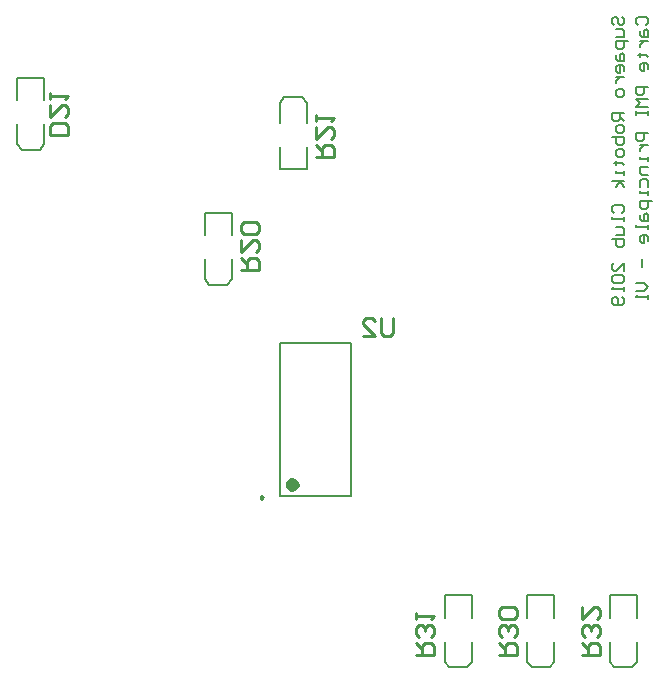
<source format=gbo>
G04 Layer_Color=32896*
%FSLAX25Y25*%
%MOIN*%
G70*
G01*
G75*
%ADD32C,0.01000*%
%ADD33C,0.00984*%
%ADD34C,0.00787*%
%ADD54C,0.02362*%
%ADD55C,0.00700*%
D32*
X95000Y242500D02*
X100998D01*
Y245499D01*
X99998Y246499D01*
X97999D01*
X96999Y245499D01*
Y242500D01*
Y244499D02*
X95000Y246499D01*
Y252497D02*
Y248498D01*
X98999Y252497D01*
X99998D01*
X100998Y251497D01*
Y249498D01*
X99998Y248498D01*
Y254496D02*
X100998Y255496D01*
Y257495D01*
X99998Y258495D01*
X96000D01*
X95000Y257495D01*
Y255496D01*
X96000Y254496D01*
X99998D01*
X37494Y287402D02*
X31496D01*
Y290401D01*
X32496Y291400D01*
X36494D01*
X37494Y290401D01*
Y287402D01*
X31496Y297398D02*
Y293400D01*
X35495Y297398D01*
X36494D01*
X37494Y296399D01*
Y294399D01*
X36494Y293400D01*
X31496Y299398D02*
Y301397D01*
Y300397D01*
X37494D01*
X36494Y299398D01*
X120000Y280000D02*
X125998D01*
Y282999D01*
X124998Y283999D01*
X122999D01*
X121999Y282999D01*
Y280000D01*
Y281999D02*
X120000Y283999D01*
Y289997D02*
Y285998D01*
X123999Y289997D01*
X124998D01*
X125998Y288997D01*
Y286998D01*
X124998Y285998D01*
X120000Y291996D02*
Y293995D01*
Y292996D01*
X125998D01*
X124998Y291996D01*
X181102Y114173D02*
X187100D01*
Y117172D01*
X186101Y118172D01*
X184101D01*
X183102Y117172D01*
Y114173D01*
Y116173D02*
X181102Y118172D01*
X186101Y120171D02*
X187100Y121171D01*
Y123170D01*
X186101Y124170D01*
X185101D01*
X184101Y123170D01*
Y122171D01*
Y123170D01*
X183102Y124170D01*
X182102D01*
X181102Y123170D01*
Y121171D01*
X182102Y120171D01*
X186101Y126169D02*
X187100Y127169D01*
Y129168D01*
X186101Y130168D01*
X182102D01*
X181102Y129168D01*
Y127169D01*
X182102Y126169D01*
X186101D01*
X208661Y114173D02*
X214660D01*
Y117172D01*
X213660Y118172D01*
X211660D01*
X210661Y117172D01*
Y114173D01*
Y116173D02*
X208661Y118172D01*
X213660Y120171D02*
X214660Y121171D01*
Y123170D01*
X213660Y124170D01*
X212660D01*
X211660Y123170D01*
Y122171D01*
Y123170D01*
X210661Y124170D01*
X209661D01*
X208661Y123170D01*
Y121171D01*
X209661Y120171D01*
X208661Y130168D02*
Y126169D01*
X212660Y130168D01*
X213660D01*
X214660Y129168D01*
Y127169D01*
X213660Y126169D01*
X153543Y114173D02*
X159541D01*
Y117172D01*
X158542Y118172D01*
X156542D01*
X155543Y117172D01*
Y114173D01*
Y116173D02*
X153543Y118172D01*
X158542Y120171D02*
X159541Y121171D01*
Y123170D01*
X158542Y124170D01*
X157542D01*
X156542Y123170D01*
Y122171D01*
Y123170D01*
X155543Y124170D01*
X154543D01*
X153543Y123170D01*
Y121171D01*
X154543Y120171D01*
X153543Y126169D02*
Y128169D01*
Y127169D01*
X159541D01*
X158542Y126169D01*
X145669Y226470D02*
Y221472D01*
X144670Y220472D01*
X142670D01*
X141671Y221472D01*
Y226470D01*
X135672Y220472D02*
X139671D01*
X135672Y224471D01*
Y225471D01*
X136672Y226470D01*
X138672D01*
X139671Y225471D01*
D33*
X102579Y166654D02*
X101841Y167080D01*
Y166227D01*
X102579Y166654D01*
D34*
X172028Y126437D02*
Y133917D01*
X162972Y126437D02*
Y133917D01*
X172028D01*
X164547Y109902D02*
X170453D01*
X172028Y111870D02*
Y118563D01*
X162972Y111870D02*
X164547Y109902D01*
X170453D02*
X172028Y111870D01*
X162972Y111870D02*
Y118563D01*
X199528Y126437D02*
Y133917D01*
X190472Y126437D02*
Y133917D01*
X199528D01*
X192047Y109902D02*
X197953D01*
X199528Y111870D02*
Y118563D01*
X190472Y111870D02*
X192047Y109902D01*
X197953D02*
X199528Y111870D01*
X190472Y111870D02*
Y118563D01*
X227028Y126437D02*
Y133917D01*
X217972Y126437D02*
Y133917D01*
X227028D01*
X219547Y109902D02*
X225453D01*
X227028Y111870D02*
Y118563D01*
X217972Y111870D02*
X219547Y109902D01*
X225453D02*
X227028Y111870D01*
X217972Y111870D02*
Y118563D01*
X29528Y298937D02*
Y306417D01*
X20472Y298937D02*
Y306417D01*
X29528D01*
X22047Y282402D02*
X27953D01*
X29528Y284370D02*
Y291063D01*
X20472Y284370D02*
X22047Y282402D01*
X27953D02*
X29528Y284370D01*
X20472Y284370D02*
Y291063D01*
X82972Y239370D02*
Y246063D01*
X90453Y237402D02*
X92028Y239370D01*
X82972D02*
X84547Y237402D01*
X92028Y239370D02*
Y246063D01*
X84547Y237402D02*
X90453D01*
X82972Y261417D02*
X92028D01*
X82972Y253937D02*
Y261417D01*
X92028Y253937D02*
Y261417D01*
X107972Y276083D02*
Y283563D01*
X117028Y276083D02*
Y283563D01*
X107972Y276083D02*
X117028D01*
X109547Y300098D02*
X115453D01*
X107972Y291437D02*
Y298130D01*
X115453Y300098D02*
X117028Y298130D01*
X107972D02*
X109547Y300098D01*
X117028Y291437D02*
Y298130D01*
X108189Y166909D02*
Y218091D01*
X131811Y166909D02*
Y218091D01*
X108189Y166909D02*
X131811D01*
X108189Y218091D02*
X131811D01*
D54*
X113307Y170846D02*
X112862Y171770D01*
X111863Y171998D01*
X111062Y171359D01*
Y170334D01*
X111863Y169695D01*
X112862Y169923D01*
X113307Y170846D01*
D55*
X219481Y324095D02*
X218814Y324761D01*
Y326094D01*
X219481Y326761D01*
X220147D01*
X220814Y326094D01*
Y324761D01*
X221480Y324095D01*
X222147D01*
X222813Y324761D01*
Y326094D01*
X222147Y326761D01*
X220147Y322762D02*
X222147D01*
X222813Y322095D01*
Y320096D01*
X220147D01*
X224146Y318763D02*
X220147D01*
Y316764D01*
X220814Y316097D01*
X222147D01*
X222813Y316764D01*
Y318763D01*
X220147Y314098D02*
Y312765D01*
X220814Y312099D01*
X222813D01*
Y314098D01*
X222147Y314764D01*
X221480Y314098D01*
Y312099D01*
X222813Y308766D02*
Y310099D01*
X222147Y310766D01*
X220814D01*
X220147Y310099D01*
Y308766D01*
X220814Y308100D01*
X221480D01*
Y310766D01*
X220147Y306767D02*
X222813D01*
X221480D01*
X220814Y306101D01*
X220147Y305434D01*
Y304768D01*
X222813Y302102D02*
Y300769D01*
X222147Y300103D01*
X220814D01*
X220147Y300769D01*
Y302102D01*
X220814Y302768D01*
X222147D01*
X222813Y302102D01*
Y294771D02*
X218814D01*
Y292772D01*
X219481Y292105D01*
X220814D01*
X221480Y292772D01*
Y294771D01*
Y293438D02*
X222813Y292105D01*
Y290106D02*
Y288773D01*
X222147Y288106D01*
X220814D01*
X220147Y288773D01*
Y290106D01*
X220814Y290772D01*
X222147D01*
X222813Y290106D01*
X218814Y286773D02*
X222813D01*
Y284774D01*
X222147Y284108D01*
X221480D01*
X220814D01*
X220147Y284774D01*
Y286773D01*
X222813Y282108D02*
Y280775D01*
X222147Y280109D01*
X220814D01*
X220147Y280775D01*
Y282108D01*
X220814Y282775D01*
X222147D01*
X222813Y282108D01*
X219481Y278110D02*
X220147D01*
Y278776D01*
Y277443D01*
Y278110D01*
X222147D01*
X222813Y277443D01*
Y275444D02*
Y274111D01*
Y274777D01*
X220147D01*
Y275444D01*
X222813Y272112D02*
X218814D01*
X221480D02*
X220147Y270112D01*
X221480Y272112D02*
X222813Y270112D01*
X219481Y261448D02*
X218814Y262115D01*
Y263448D01*
X219481Y264114D01*
X222147D01*
X222813Y263448D01*
Y262115D01*
X222147Y261448D01*
X222813Y260116D02*
Y258783D01*
Y259449D01*
X218814D01*
Y260116D01*
X220147Y256783D02*
X222147D01*
X222813Y256117D01*
Y254117D01*
X220147D01*
X218814Y252784D02*
X222813D01*
Y250785D01*
X222147Y250119D01*
X221480D01*
X220814D01*
X220147Y250785D01*
Y252784D01*
X222813Y242121D02*
Y244787D01*
X220147Y242121D01*
X219481D01*
X218814Y242788D01*
Y244121D01*
X219481Y244787D01*
Y240788D02*
X218814Y240122D01*
Y238789D01*
X219481Y238123D01*
X222147D01*
X222813Y238789D01*
Y240122D01*
X222147Y240788D01*
X219481D01*
X222813Y236790D02*
Y235457D01*
Y236123D01*
X218814D01*
X219481Y236790D01*
X222147Y233457D02*
X222813Y232791D01*
Y231458D01*
X222147Y230792D01*
X219481D01*
X218814Y231458D01*
Y232791D01*
X219481Y233457D01*
X220147D01*
X220814Y232791D01*
Y230792D01*
X227292Y324095D02*
X226626Y324761D01*
Y326094D01*
X227292Y326761D01*
X229958D01*
X230625Y326094D01*
Y324761D01*
X229958Y324095D01*
X227959Y322095D02*
Y320763D01*
X228625Y320096D01*
X230625D01*
Y322095D01*
X229958Y322762D01*
X229292Y322095D01*
Y320096D01*
X227959Y318763D02*
X230625D01*
X229292D01*
X228625Y318097D01*
X227959Y317430D01*
Y316764D01*
X227292Y314098D02*
X227959D01*
Y314764D01*
Y313432D01*
Y314098D01*
X229958D01*
X230625Y313432D01*
Y309433D02*
Y310766D01*
X229958Y311432D01*
X228625D01*
X227959Y310766D01*
Y309433D01*
X228625Y308766D01*
X229292D01*
Y311432D01*
X230625Y303435D02*
X226626D01*
Y301435D01*
X227292Y300769D01*
X228625D01*
X229292Y301435D01*
Y303435D01*
X230625Y299436D02*
X226626D01*
X227959Y298103D01*
X226626Y296770D01*
X230625D01*
X226626Y295437D02*
Y294105D01*
Y294771D01*
X230625D01*
Y295437D01*
Y294105D01*
Y288106D02*
X226626D01*
Y286107D01*
X227292Y285441D01*
X228625D01*
X229292Y286107D01*
Y288106D01*
X227959Y284108D02*
X230625D01*
X229292D01*
X228625Y283441D01*
X227959Y282775D01*
Y282108D01*
X230625Y280109D02*
Y278776D01*
Y279443D01*
X227959D01*
Y280109D01*
X230625Y276777D02*
X227959D01*
Y274777D01*
X228625Y274111D01*
X230625D01*
X227959Y270112D02*
Y272112D01*
X228625Y272778D01*
X229958D01*
X230625Y272112D01*
Y270112D01*
Y268779D02*
Y267446D01*
Y268113D01*
X227959D01*
Y268779D01*
X231958Y265447D02*
X227959D01*
Y263448D01*
X228625Y262781D01*
X229958D01*
X230625Y263448D01*
Y265447D01*
X227959Y260782D02*
Y259449D01*
X228625Y258783D01*
X230625D01*
Y260782D01*
X229958Y261448D01*
X229292Y260782D01*
Y258783D01*
X230625Y257450D02*
Y256117D01*
Y256783D01*
X226626D01*
Y257450D01*
X230625Y252118D02*
Y253451D01*
X229958Y254117D01*
X228625D01*
X227959Y253451D01*
Y252118D01*
X228625Y251452D01*
X229292D01*
Y254117D01*
X228625Y246120D02*
Y243454D01*
X226626Y238123D02*
X229292D01*
X230625Y236790D01*
X229292Y235457D01*
X226626D01*
X230625Y234124D02*
Y232791D01*
Y233457D01*
X226626D01*
X227292Y234124D01*
M02*

</source>
